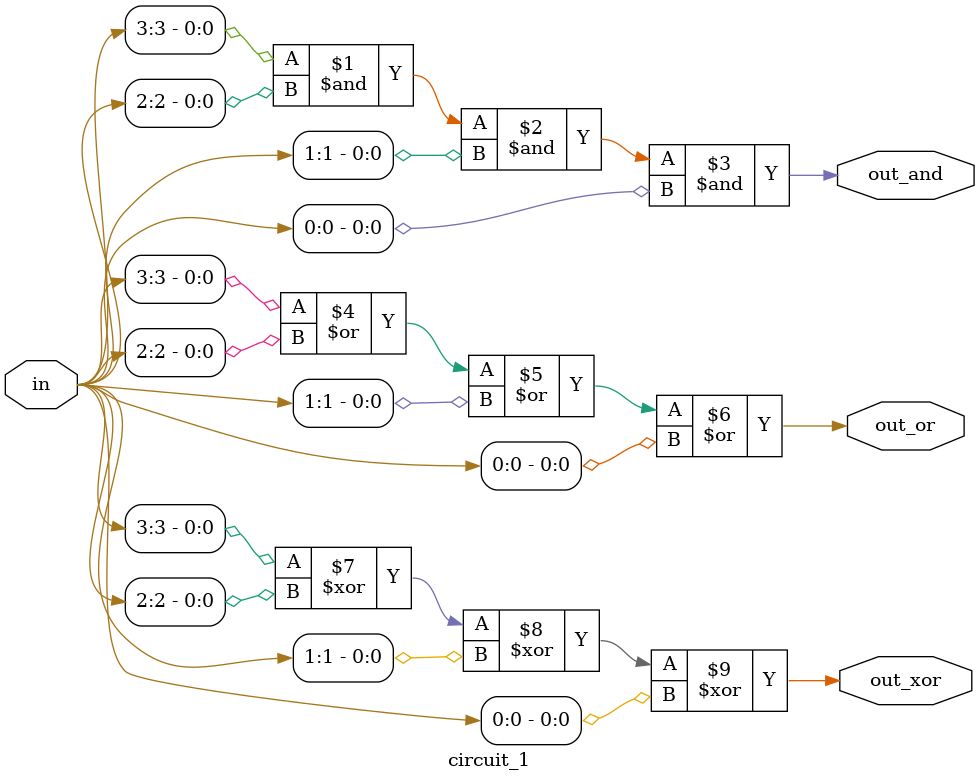
<source format=v>


// out_and: output of a 4-input AND gate.
// out_or: output of a 4-input OR gate.
// out_xor: output of a 4-input XOR gate.

module circuit_1( 
    input [3:0] in,
    output out_and,
    output out_or,
    output out_xor
);
    assign out_and = in[3] & in[2] & in[1] & in[0];
    assign out_or = in[3] | in[2] | in[1] | in[0];
    assign out_xor = in[3] ^ in[2] ^ in[1] ^ in[0];
endmodule

</source>
